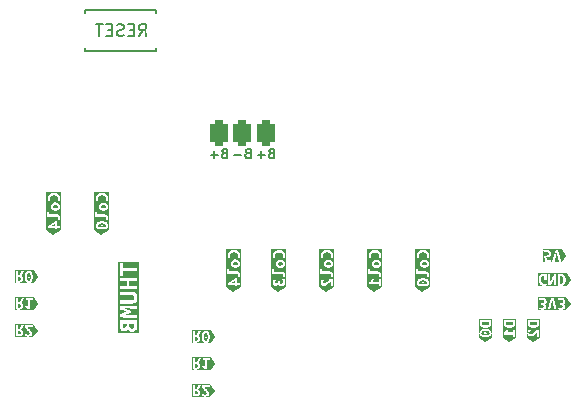
<source format=gbr>
%TF.GenerationSoftware,KiCad,Pcbnew,(6.0.4)*%
%TF.CreationDate,2022-12-14T15:40:06+01:00*%
%TF.ProjectId,mcu_holder,6d63755f-686f-46c6-9465-722e6b696361,rev?*%
%TF.SameCoordinates,Original*%
%TF.FileFunction,Legend,Bot*%
%TF.FilePolarity,Positive*%
%FSLAX46Y46*%
G04 Gerber Fmt 4.6, Leading zero omitted, Abs format (unit mm)*
G04 Created by KiCad (PCBNEW (6.0.4)) date 2022-12-14 15:40:06*
%MOMM*%
%LPD*%
G01*
G04 APERTURE LIST*
G04 Aperture macros list*
%AMRoundRect*
0 Rectangle with rounded corners*
0 $1 Rounding radius*
0 $2 $3 $4 $5 $6 $7 $8 $9 X,Y pos of 4 corners*
0 Add a 4 corners polygon primitive as box body*
4,1,4,$2,$3,$4,$5,$6,$7,$8,$9,$2,$3,0*
0 Add four circle primitives for the rounded corners*
1,1,$1+$1,$2,$3*
1,1,$1+$1,$4,$5*
1,1,$1+$1,$6,$7*
1,1,$1+$1,$8,$9*
0 Add four rect primitives between the rounded corners*
20,1,$1+$1,$2,$3,$4,$5,0*
20,1,$1+$1,$4,$5,$6,$7,0*
20,1,$1+$1,$6,$7,$8,$9,0*
20,1,$1+$1,$8,$9,$2,$3,0*%
%AMFreePoly0*
4,1,6,0.500000,-0.750000,-0.650000,-0.750000,-0.150000,0.000000,-0.650000,0.750000,0.500000,0.750000,0.500000,-0.750000,0.500000,-0.750000,$1*%
%AMFreePoly1*
4,1,6,0.150000,0.000000,0.650000,-0.750000,-0.500000,-0.750000,-0.500000,0.750000,0.650000,0.750000,0.150000,0.000000,0.150000,0.000000,$1*%
%AMFreePoly2*
4,1,6,0.500000,-0.750000,-0.500000,-0.750000,-1.000000,0.000000,-0.500000,0.750000,0.500000,0.750000,0.500000,-0.750000,0.500000,-0.750000,$1*%
%AMFreePoly3*
4,1,6,1.000000,0.000000,0.500000,-0.750000,-0.500000,-0.750000,-0.500000,0.750000,0.500000,0.750000,1.000000,0.000000,1.000000,0.000000,$1*%
G04 Aperture macros list end*
%ADD10C,0.150000*%
%ADD11RoundRect,0.375000X-0.375000X-0.750000X0.375000X-0.750000X0.375000X0.750000X-0.375000X0.750000X0*%
%ADD12C,1.600000*%
%ADD13C,4.500000*%
%ADD14C,2.000000*%
%ADD15R,1.350000X1.350000*%
%ADD16O,1.350000X1.350000*%
%ADD17O,2.200000X3.500000*%
%ADD18R,1.500000X2.500000*%
%ADD19O,1.500000X2.500000*%
%ADD20FreePoly0,180.000000*%
%ADD21FreePoly1,180.000000*%
%ADD22FreePoly2,180.000000*%
%ADD23FreePoly3,180.000000*%
G04 APERTURE END LIST*
D10*
%TO.C,SW16*%
X103739380Y-39568380D02*
X104072714Y-39092190D01*
X104310809Y-39568380D02*
X104310809Y-38568380D01*
X103929857Y-38568380D01*
X103834619Y-38616000D01*
X103787000Y-38663619D01*
X103739380Y-38758857D01*
X103739380Y-38901714D01*
X103787000Y-38996952D01*
X103834619Y-39044571D01*
X103929857Y-39092190D01*
X104310809Y-39092190D01*
X103310809Y-39044571D02*
X102977476Y-39044571D01*
X102834619Y-39568380D02*
X103310809Y-39568380D01*
X103310809Y-38568380D01*
X102834619Y-38568380D01*
X102453666Y-39520761D02*
X102310809Y-39568380D01*
X102072714Y-39568380D01*
X101977476Y-39520761D01*
X101929857Y-39473142D01*
X101882238Y-39377904D01*
X101882238Y-39282666D01*
X101929857Y-39187428D01*
X101977476Y-39139809D01*
X102072714Y-39092190D01*
X102263190Y-39044571D01*
X102358428Y-38996952D01*
X102406047Y-38949333D01*
X102453666Y-38854095D01*
X102453666Y-38758857D01*
X102406047Y-38663619D01*
X102358428Y-38616000D01*
X102263190Y-38568380D01*
X102025095Y-38568380D01*
X101882238Y-38616000D01*
X101453666Y-39044571D02*
X101120333Y-39044571D01*
X100977476Y-39568380D02*
X101453666Y-39568380D01*
X101453666Y-38568380D01*
X100977476Y-38568380D01*
X100691761Y-38568380D02*
X100120333Y-38568380D01*
X100406047Y-39568380D02*
X100406047Y-38568380D01*
%TO.C,J7*%
X112960095Y-49494857D02*
X112845809Y-49532952D01*
X112807714Y-49571047D01*
X112769619Y-49647238D01*
X112769619Y-49761523D01*
X112807714Y-49837714D01*
X112845809Y-49875809D01*
X112922000Y-49913904D01*
X113226761Y-49913904D01*
X113226761Y-49113904D01*
X112960095Y-49113904D01*
X112883904Y-49152000D01*
X112845809Y-49190095D01*
X112807714Y-49266285D01*
X112807714Y-49342476D01*
X112845809Y-49418666D01*
X112883904Y-49456761D01*
X112960095Y-49494857D01*
X113226761Y-49494857D01*
X112426761Y-49609142D02*
X111817238Y-49609142D01*
X110960095Y-49494857D02*
X110845809Y-49532952D01*
X110807714Y-49571047D01*
X110769619Y-49647238D01*
X110769619Y-49761523D01*
X110807714Y-49837714D01*
X110845809Y-49875809D01*
X110922000Y-49913904D01*
X111226761Y-49913904D01*
X111226761Y-49113904D01*
X110960095Y-49113904D01*
X110883904Y-49152000D01*
X110845809Y-49190095D01*
X110807714Y-49266285D01*
X110807714Y-49342476D01*
X110845809Y-49418666D01*
X110883904Y-49456761D01*
X110960095Y-49494857D01*
X111226761Y-49494857D01*
X110426761Y-49609142D02*
X109817238Y-49609142D01*
X110122000Y-49913904D02*
X110122000Y-49304380D01*
X114960095Y-49494857D02*
X114845809Y-49532952D01*
X114807714Y-49571047D01*
X114769619Y-49647238D01*
X114769619Y-49761523D01*
X114807714Y-49837714D01*
X114845809Y-49875809D01*
X114922000Y-49913904D01*
X115226761Y-49913904D01*
X115226761Y-49113904D01*
X114960095Y-49113904D01*
X114883904Y-49152000D01*
X114845809Y-49190095D01*
X114807714Y-49266285D01*
X114807714Y-49342476D01*
X114845809Y-49418666D01*
X114883904Y-49456761D01*
X114960095Y-49494857D01*
X115226761Y-49494857D01*
X114426761Y-49609142D02*
X113817238Y-49609142D01*
X114122000Y-49913904D02*
X114122000Y-49304380D01*
%TO.C,SW16*%
X105160000Y-40616000D02*
X105160000Y-40866000D01*
X99160000Y-40866000D02*
X99160000Y-40616000D01*
X99160000Y-37366000D02*
X105160000Y-37366000D01*
X105160000Y-40866000D02*
X99160000Y-40866000D01*
X99160000Y-37616000D02*
X99160000Y-37366000D01*
X105160000Y-37366000D02*
X105160000Y-37616000D01*
%TO.C,kibuzzard-6399CBDB*%
G36*
X111760000Y-61255892D02*
G01*
X111137435Y-60840849D01*
X111137435Y-60668341D01*
X111313119Y-60668341D01*
X111903669Y-60668341D01*
X111903669Y-60774703D01*
X112064006Y-60774703D01*
X112064006Y-60668341D01*
X112295781Y-60668341D01*
X112295781Y-60473078D01*
X112064006Y-60473078D01*
X112064006Y-60063503D01*
X111921131Y-60063503D01*
X111855052Y-60098032D01*
X111780637Y-60141291D01*
X111701064Y-60191297D01*
X111619506Y-60246066D01*
X111537552Y-60304803D01*
X111456787Y-60366716D01*
X111380786Y-60430216D01*
X111313119Y-60493716D01*
X111313119Y-60668341D01*
X111137435Y-60668341D01*
X111137435Y-59685678D01*
X111203581Y-59685678D01*
X112013206Y-59685678D01*
X112116394Y-59715841D01*
X112143381Y-59792041D01*
X112127506Y-59890466D01*
X112106869Y-59942853D01*
X112264031Y-59968253D01*
X112275144Y-59946822D01*
X112291813Y-59903166D01*
X112306894Y-59837285D01*
X112313244Y-59749178D01*
X112293202Y-59632497D01*
X112233075Y-59552328D01*
X112134452Y-59505894D01*
X111998919Y-59490416D01*
X111365506Y-59490416D01*
X111365506Y-59284041D01*
X111203581Y-59284041D01*
X111203581Y-59685678D01*
X111137435Y-59685678D01*
X111137435Y-58831603D01*
X111530606Y-58831603D01*
X111537552Y-58906018D01*
X111558387Y-58973685D01*
X111592122Y-59033613D01*
X111637762Y-59084810D01*
X111694516Y-59126283D01*
X111761587Y-59157041D01*
X111837589Y-59176091D01*
X111921131Y-59182441D01*
X112005864Y-59176091D01*
X112082262Y-59157041D01*
X112149533Y-59126482D01*
X112206881Y-59085603D01*
X112253316Y-59035002D01*
X112287844Y-58975272D01*
X112309275Y-58907208D01*
X112316419Y-58831603D01*
X112309275Y-58755999D01*
X112287844Y-58687935D01*
X112253316Y-58628007D01*
X112206881Y-58576810D01*
X112149533Y-58535336D01*
X112082262Y-58504578D01*
X112005864Y-58485528D01*
X111921131Y-58479178D01*
X111837589Y-58485727D01*
X111761587Y-58505372D01*
X111694516Y-58536725D01*
X111637762Y-58578397D01*
X111592122Y-58629793D01*
X111558387Y-58690316D01*
X111537552Y-58758182D01*
X111530606Y-58831603D01*
X111137435Y-58831603D01*
X111137435Y-58128341D01*
X111290894Y-58128341D01*
X111299625Y-58222797D01*
X111319469Y-58296616D01*
X111343281Y-58349797D01*
X111362331Y-58382341D01*
X111517906Y-58331541D01*
X111477425Y-58243435D01*
X111460756Y-58125166D01*
X111477425Y-58035472D01*
X111532987Y-57957685D01*
X111636969Y-57902122D01*
X111709994Y-57886049D01*
X111798894Y-57880691D01*
X111902346Y-57887129D01*
X111988335Y-57906444D01*
X112056862Y-57938635D01*
X112124133Y-58015033D01*
X112146556Y-58128341D01*
X112129094Y-58254547D01*
X112094169Y-58334716D01*
X112248156Y-58383928D01*
X112294988Y-58272010D01*
X112311061Y-58196008D01*
X112316419Y-58109291D01*
X112301602Y-57981585D01*
X112257152Y-57875752D01*
X112183069Y-57791791D01*
X112109349Y-57743868D01*
X112021541Y-57709638D01*
X111919643Y-57689100D01*
X111803656Y-57682253D01*
X111688166Y-57690588D01*
X111586169Y-57715591D01*
X111498261Y-57755477D01*
X111425037Y-57808460D01*
X111367094Y-57873547D01*
X111325025Y-57949747D01*
X111299427Y-58035274D01*
X111290894Y-58128341D01*
X111137435Y-58128341D01*
X111137435Y-57616108D01*
X112382565Y-57616108D01*
X112382565Y-60840849D01*
X111760000Y-61255892D01*
G37*
G36*
X111903669Y-60473078D02*
G01*
X111557594Y-60473078D01*
X111635381Y-60414341D01*
X111721900Y-60354810D01*
X111813181Y-60298453D01*
X111903669Y-60250828D01*
X111903669Y-60473078D01*
G37*
G36*
X112013206Y-58686546D02*
G01*
X112084644Y-58713335D01*
X112131078Y-58759968D01*
X112146556Y-58828428D01*
X112131078Y-58895302D01*
X112084644Y-58943522D01*
X112013206Y-58972693D01*
X111922719Y-58982416D01*
X111832430Y-58973486D01*
X111761587Y-58946697D01*
X111715748Y-58900064D01*
X111700469Y-58831603D01*
X111715748Y-58764730D01*
X111761587Y-58716510D01*
X111832430Y-58687339D01*
X111922719Y-58677616D01*
X112013206Y-58686546D01*
G37*
%TO.C,kibuzzard-6399C9D6*%
G36*
X137160000Y-65494517D02*
G01*
X136585060Y-65111224D01*
X136585060Y-64692653D01*
X136651206Y-64692653D01*
X136668669Y-64808541D01*
X136721056Y-64906966D01*
X136809162Y-64975228D01*
X136932194Y-65000628D01*
X137029825Y-64981578D01*
X137121106Y-64930778D01*
X137206831Y-64859341D01*
X137286206Y-64778378D01*
X137331450Y-64730753D01*
X137385425Y-64679953D01*
X137441781Y-64639472D01*
X137494169Y-64622803D01*
X137494169Y-65045078D01*
X137656094Y-65045078D01*
X137656094Y-64403728D01*
X137616406Y-64399760D01*
X137583069Y-64400553D01*
X137506869Y-64407896D01*
X137437019Y-64429922D01*
X137372923Y-64463260D01*
X137313987Y-64504535D01*
X137259616Y-64551366D01*
X137209212Y-64601372D01*
X137161786Y-64651378D01*
X137116344Y-64698210D01*
X137030619Y-64772822D01*
X136946481Y-64802191D01*
X136853612Y-64765678D01*
X136821069Y-64673603D01*
X136843294Y-64576766D01*
X136917906Y-64476753D01*
X136781381Y-64379916D01*
X136723437Y-64448377D01*
X136682956Y-64526760D01*
X136659144Y-64609905D01*
X136651206Y-64692653D01*
X136585060Y-64692653D01*
X136585060Y-63838578D01*
X136662319Y-63838578D01*
X136669462Y-63931249D01*
X136690894Y-64015585D01*
X136727605Y-64089602D01*
X136780587Y-64151316D01*
X136850041Y-64200727D01*
X136936162Y-64237835D01*
X137040342Y-64261052D01*
X137163969Y-64268791D01*
X137290373Y-64260258D01*
X137396538Y-64234660D01*
X137483652Y-64193980D01*
X137552906Y-64140203D01*
X137605095Y-64074124D01*
X137641012Y-63996535D01*
X137661848Y-63909024D01*
X137668794Y-63813178D01*
X137663238Y-63710785D01*
X137644981Y-63603628D01*
X136686131Y-63603628D01*
X136667081Y-63729041D01*
X136662319Y-63838578D01*
X136585060Y-63838578D01*
X136585060Y-63537483D01*
X137734940Y-63537483D01*
X137734940Y-65111224D01*
X137160000Y-65494517D01*
G37*
G36*
X137498931Y-63816353D02*
G01*
X137498931Y-63833816D01*
X137473531Y-63945735D01*
X137403681Y-64018760D01*
X137298113Y-64058447D01*
X137234017Y-64067377D01*
X137163969Y-64070353D01*
X137040144Y-64060828D01*
X136933781Y-64027491D01*
X136859963Y-63962403D01*
X136832181Y-63856041D01*
X136832975Y-63827466D01*
X136836944Y-63798891D01*
X137497344Y-63798891D01*
X137498931Y-63816353D01*
G37*
%TO.C,kibuzzard-6399C9C8*%
G36*
X135128000Y-65490284D02*
G01*
X134558617Y-65110695D01*
X134558617Y-64849287D01*
X134635875Y-64849287D01*
X135456613Y-64849287D01*
X135456613Y-65044549D01*
X135618538Y-65044549D01*
X135618538Y-64447649D01*
X135456613Y-64447649D01*
X135456613Y-64654024D01*
X134907337Y-64654024D01*
X134963694Y-64552424D01*
X135002588Y-64455587D01*
X134840663Y-64392087D01*
X134804150Y-64474637D01*
X134754937Y-64563537D01*
X134697787Y-64647674D01*
X134635875Y-64715937D01*
X134635875Y-64849287D01*
X134558617Y-64849287D01*
X134558617Y-63842812D01*
X134624762Y-63842812D01*
X134631906Y-63935482D01*
X134653337Y-64019818D01*
X134690048Y-64093835D01*
X134743031Y-64155549D01*
X134812484Y-64204960D01*
X134898606Y-64242068D01*
X135002786Y-64265285D01*
X135126412Y-64273024D01*
X135252817Y-64264491D01*
X135358981Y-64238893D01*
X135446095Y-64198213D01*
X135515350Y-64144437D01*
X135567539Y-64078357D01*
X135603456Y-64000768D01*
X135624292Y-63913257D01*
X135631238Y-63817412D01*
X135625681Y-63715018D01*
X135607425Y-63607862D01*
X134648575Y-63607862D01*
X134629525Y-63733274D01*
X134624762Y-63842812D01*
X134558617Y-63842812D01*
X134558617Y-63541716D01*
X135697383Y-63541716D01*
X135697383Y-65110695D01*
X135128000Y-65490284D01*
G37*
G36*
X135461375Y-63820587D02*
G01*
X135461375Y-63838049D01*
X135435975Y-63949968D01*
X135366125Y-64022993D01*
X135260556Y-64062681D01*
X135196461Y-64071610D01*
X135126412Y-64074587D01*
X135002588Y-64065062D01*
X134896225Y-64031724D01*
X134822406Y-63966637D01*
X134794625Y-63860274D01*
X134795419Y-63831699D01*
X134799387Y-63803124D01*
X135459788Y-63803124D01*
X135461375Y-63820587D01*
G37*
%TO.C,kibuzzard-6399CBBA*%
G36*
X123951206Y-58699246D02*
G01*
X124022644Y-58726035D01*
X124069078Y-58772668D01*
X124084556Y-58841128D01*
X124069078Y-58908002D01*
X124022644Y-58956222D01*
X123951206Y-58985393D01*
X123860719Y-58995116D01*
X123770430Y-58986186D01*
X123699587Y-58959397D01*
X123653748Y-58912764D01*
X123638469Y-58844303D01*
X123653748Y-58777430D01*
X123699587Y-58729210D01*
X123770430Y-58700039D01*
X123860719Y-58690316D01*
X123951206Y-58699246D01*
G37*
G36*
X123698000Y-61243192D02*
G01*
X123075435Y-60828149D01*
X123075435Y-60566741D01*
X123251119Y-60566741D01*
X124071856Y-60566741D01*
X124071856Y-60762003D01*
X124233781Y-60762003D01*
X124233781Y-60165103D01*
X124071856Y-60165103D01*
X124071856Y-60371478D01*
X123522581Y-60371478D01*
X123578937Y-60269878D01*
X123617831Y-60173041D01*
X123455906Y-60109541D01*
X123419394Y-60192091D01*
X123370181Y-60280991D01*
X123313031Y-60365128D01*
X123251119Y-60433391D01*
X123251119Y-60566741D01*
X123075435Y-60566741D01*
X123075435Y-59698378D01*
X123141581Y-59698378D01*
X123951206Y-59698378D01*
X124054394Y-59728541D01*
X124081381Y-59804741D01*
X124065506Y-59903166D01*
X124044869Y-59955553D01*
X124202031Y-59980953D01*
X124213144Y-59959522D01*
X124229813Y-59915866D01*
X124244894Y-59849985D01*
X124251244Y-59761878D01*
X124231202Y-59645197D01*
X124171075Y-59565028D01*
X124072452Y-59518594D01*
X123936919Y-59503116D01*
X123303506Y-59503116D01*
X123303506Y-59296741D01*
X123141581Y-59296741D01*
X123141581Y-59698378D01*
X123075435Y-59698378D01*
X123075435Y-58844303D01*
X123468606Y-58844303D01*
X123475552Y-58918718D01*
X123496387Y-58986385D01*
X123530122Y-59046313D01*
X123575762Y-59097510D01*
X123632516Y-59138983D01*
X123699587Y-59169741D01*
X123775589Y-59188791D01*
X123859131Y-59195141D01*
X123943864Y-59188791D01*
X124020262Y-59169741D01*
X124087533Y-59139182D01*
X124144881Y-59098303D01*
X124191316Y-59047702D01*
X124225844Y-58987972D01*
X124247275Y-58919908D01*
X124254419Y-58844303D01*
X124247275Y-58768699D01*
X124225844Y-58700635D01*
X124191316Y-58640707D01*
X124144881Y-58589510D01*
X124087533Y-58548036D01*
X124020262Y-58517278D01*
X123943864Y-58498228D01*
X123859131Y-58491878D01*
X123775589Y-58498427D01*
X123699587Y-58518072D01*
X123632516Y-58549425D01*
X123575762Y-58591097D01*
X123530122Y-58642493D01*
X123496387Y-58703016D01*
X123475552Y-58770882D01*
X123468606Y-58844303D01*
X123075435Y-58844303D01*
X123075435Y-58141041D01*
X123228894Y-58141041D01*
X123237625Y-58235497D01*
X123257469Y-58309316D01*
X123281281Y-58362497D01*
X123300331Y-58395041D01*
X123455906Y-58344241D01*
X123415425Y-58256135D01*
X123398756Y-58137866D01*
X123415425Y-58048172D01*
X123470987Y-57970385D01*
X123574969Y-57914822D01*
X123647994Y-57898749D01*
X123736894Y-57893391D01*
X123840346Y-57899829D01*
X123926335Y-57919144D01*
X123994862Y-57951335D01*
X124062133Y-58027733D01*
X124084556Y-58141041D01*
X124067094Y-58267247D01*
X124032169Y-58347416D01*
X124186156Y-58396628D01*
X124232988Y-58284710D01*
X124249061Y-58208708D01*
X124254419Y-58121991D01*
X124239602Y-57994285D01*
X124195152Y-57888452D01*
X124121069Y-57804491D01*
X124047349Y-57756568D01*
X123959541Y-57722338D01*
X123857643Y-57701800D01*
X123741656Y-57694953D01*
X123626166Y-57703288D01*
X123524169Y-57728291D01*
X123436261Y-57768177D01*
X123363037Y-57821160D01*
X123305094Y-57886247D01*
X123263025Y-57962447D01*
X123237427Y-58047974D01*
X123228894Y-58141041D01*
X123075435Y-58141041D01*
X123075435Y-57628808D01*
X124320565Y-57628808D01*
X124320565Y-60828149D01*
X123698000Y-61243192D01*
G37*
%TO.C,kibuzzard-6399DE15*%
G36*
X139569737Y-59888438D02*
G01*
X139642762Y-59958288D01*
X139682449Y-60063856D01*
X139691379Y-60127952D01*
X139694356Y-60198000D01*
X139684831Y-60321825D01*
X139651493Y-60428188D01*
X139586406Y-60502006D01*
X139480043Y-60529788D01*
X139451468Y-60528994D01*
X139422893Y-60525025D01*
X139422893Y-59864625D01*
X139440356Y-59863038D01*
X139457818Y-59863038D01*
X139569737Y-59888438D01*
G37*
G36*
X140344878Y-60198000D02*
G01*
X139958939Y-60776908D01*
X137531122Y-60776908D01*
X137531122Y-60198000D01*
X137597268Y-60198000D01*
X137605602Y-60316070D01*
X137630606Y-60419456D01*
X137669896Y-60507761D01*
X137721093Y-60580588D01*
X137783402Y-60637539D01*
X137856031Y-60678219D01*
X137936596Y-60702627D01*
X138022718Y-60710763D01*
X138125112Y-60702031D01*
X138178546Y-60688538D01*
X138421181Y-60688538D01*
X138578343Y-60688538D01*
X138622793Y-60615711D01*
X138667243Y-60536931D01*
X138711098Y-60455373D01*
X138753762Y-60374213D01*
X138794243Y-60294441D01*
X138831549Y-60217050D01*
X138864688Y-60145613D01*
X138892668Y-60083700D01*
X138892668Y-60688538D01*
X139068881Y-60688538D01*
X139068881Y-60675838D01*
X139227631Y-60675838D01*
X139353043Y-60694888D01*
X139462581Y-60699650D01*
X139555251Y-60692506D01*
X139639587Y-60671075D01*
X139713604Y-60634364D01*
X139775318Y-60581381D01*
X139824729Y-60511928D01*
X139861837Y-60425806D01*
X139885054Y-60321627D01*
X139892793Y-60198000D01*
X139884260Y-60071595D01*
X139858662Y-59965431D01*
X139817982Y-59878317D01*
X139764206Y-59809063D01*
X139698126Y-59756873D01*
X139620537Y-59720956D01*
X139533026Y-59700120D01*
X139437181Y-59693175D01*
X139334787Y-59698731D01*
X139227631Y-59716988D01*
X139227631Y-60675838D01*
X139068881Y-60675838D01*
X139068881Y-59705875D01*
X138911718Y-59705875D01*
X138865945Y-59814795D01*
X138817526Y-59923539D01*
X138766462Y-60032106D01*
X138712751Y-60140674D01*
X138656395Y-60249417D01*
X138597393Y-60358338D01*
X138597393Y-59705875D01*
X138421181Y-59705875D01*
X138421181Y-60688538D01*
X138178546Y-60688538D01*
X138203693Y-60682188D01*
X138258462Y-60658375D01*
X138291006Y-60639325D01*
X138240206Y-60483750D01*
X138154481Y-60523438D01*
X138049706Y-60540900D01*
X137932231Y-60515500D01*
X137853649Y-60444856D01*
X137809199Y-60336906D01*
X137799079Y-60270827D01*
X137795706Y-60198000D01*
X137801879Y-60090844D01*
X137820400Y-60004325D01*
X137851268Y-59938444D01*
X137919927Y-59875936D01*
X138014781Y-59855100D01*
X138052881Y-59856688D01*
X138090981Y-59861450D01*
X138090981Y-60220225D01*
X138286243Y-60220225D01*
X138286243Y-59729688D01*
X138177499Y-59701113D01*
X138095941Y-59689206D01*
X137998906Y-59685238D01*
X137911395Y-59693373D01*
X137833012Y-59717781D01*
X137764551Y-59758263D01*
X137706806Y-59814619D01*
X137660371Y-59886850D01*
X137625843Y-59974956D01*
X137604412Y-60078739D01*
X137597268Y-60198000D01*
X137531122Y-60198000D01*
X137531122Y-59619092D01*
X139958939Y-59619092D01*
X140344878Y-60198000D01*
G37*
%TO.C,kibuzzard-6399DE28*%
G36*
X139949855Y-58166000D02*
G01*
X139571324Y-58733796D01*
X137926145Y-58733796D01*
X137926145Y-57715150D01*
X137992291Y-57715150D01*
X138031978Y-57877075D01*
X138120878Y-57845325D01*
X138181600Y-57834609D01*
X138255816Y-57831037D01*
X138350272Y-57843737D01*
X138409010Y-57876281D01*
X138438378Y-57921525D01*
X138446316Y-57973912D01*
X138432822Y-58049319D01*
X138378847Y-58108056D01*
X138263753Y-58146156D01*
X138177632Y-58156277D01*
X138068491Y-58159650D01*
X138082778Y-58291611D01*
X138093891Y-58420794D01*
X138102225Y-58546405D01*
X138108178Y-58667650D01*
X138609828Y-58667650D01*
X138751116Y-58667650D01*
X138957491Y-58667650D01*
X138969397Y-58585298D01*
X138986066Y-58490644D01*
X139006108Y-58388250D01*
X139028135Y-58282681D01*
X139051947Y-58176319D01*
X139077347Y-58071544D01*
X139103343Y-57972920D01*
X139128941Y-57885012D01*
X139154341Y-57971730D01*
X139179741Y-58069956D01*
X139204347Y-58174731D01*
X139227366Y-58281094D01*
X139248797Y-58386861D01*
X139268641Y-58489850D01*
X139286103Y-58585100D01*
X139300391Y-58667650D01*
X139505178Y-58667650D01*
X139483946Y-58566844D01*
X139458347Y-58454925D01*
X139428582Y-58334473D01*
X139394847Y-58208069D01*
X139370241Y-58121285D01*
X139344047Y-58033444D01*
X139316266Y-57944544D01*
X139287338Y-57856085D01*
X139257705Y-57769566D01*
X139227366Y-57684987D01*
X139025753Y-57684987D01*
X138986463Y-57801669D01*
X138944791Y-57932637D01*
X138916745Y-58024624D01*
X138889758Y-58116435D01*
X138863828Y-58208069D01*
X138839310Y-58297939D01*
X138816556Y-58384458D01*
X138795566Y-58467625D01*
X138769372Y-58578750D01*
X138751116Y-58667650D01*
X138609828Y-58667650D01*
X138609828Y-58505725D01*
X138271691Y-58505725D01*
X138263753Y-58399362D01*
X138255816Y-58308875D01*
X138375937Y-58292647D01*
X138473833Y-58260897D01*
X138549503Y-58213625D01*
X138603302Y-58151183D01*
X138635581Y-58073925D01*
X138646341Y-57981850D01*
X138622528Y-57855644D01*
X138549503Y-57754837D01*
X138494338Y-57716737D01*
X138427266Y-57688162D01*
X138348288Y-57670303D01*
X138257403Y-57664350D01*
X138179616Y-57669112D01*
X138103416Y-57681019D01*
X138037535Y-57697687D01*
X137992291Y-57715150D01*
X137926145Y-57715150D01*
X137926145Y-57598204D01*
X139571324Y-57598204D01*
X139949855Y-58166000D01*
G37*
%TO.C,kibuzzard-6399CA1D*%
G36*
X110202222Y-65024000D02*
G01*
X109816283Y-65602908D01*
X108237778Y-65602908D01*
X108237778Y-65500250D01*
X108303924Y-65500250D01*
X108366631Y-65512156D01*
X108435687Y-65520094D01*
X108502362Y-65524063D01*
X108557924Y-65525650D01*
X108638093Y-65520888D01*
X108710324Y-65506600D01*
X108773824Y-65482391D01*
X108827799Y-65447863D01*
X108903206Y-65347056D01*
X108922851Y-65280580D01*
X108929399Y-65203388D01*
X108920668Y-65121631D01*
X108894474Y-65047813D01*
X108877698Y-65025588D01*
X109067512Y-65025588D01*
X109073068Y-65146039D01*
X109089737Y-65250219D01*
X109117518Y-65338127D01*
X109156412Y-65409763D01*
X109223969Y-65480318D01*
X109308106Y-65522651D01*
X109408824Y-65536763D01*
X109511130Y-65522740D01*
X109595797Y-65480671D01*
X109662824Y-65410556D01*
X109701024Y-65339168D01*
X109728309Y-65251211D01*
X109744680Y-65146684D01*
X109750137Y-65025588D01*
X109744680Y-64903747D01*
X109728309Y-64798575D01*
X109701024Y-64710072D01*
X109662824Y-64638238D01*
X109595797Y-64567682D01*
X109511130Y-64525349D01*
X109408824Y-64511238D01*
X109306519Y-64525349D01*
X109221852Y-64567682D01*
X109154824Y-64638238D01*
X109116625Y-64710072D01*
X109089340Y-64798575D01*
X109072969Y-64903747D01*
X109067512Y-65025588D01*
X108877698Y-65025588D01*
X108848040Y-64986297D01*
X108778587Y-64941450D01*
X108835737Y-64850169D01*
X108894474Y-64745394D01*
X108949243Y-64635856D01*
X108994487Y-64531875D01*
X108789699Y-64531875D01*
X108750210Y-64625339D01*
X108704768Y-64715231D01*
X108654563Y-64803933D01*
X108600787Y-64893825D01*
X108499187Y-64893825D01*
X108499187Y-64531875D01*
X108303924Y-64531875D01*
X108303924Y-65500250D01*
X108237778Y-65500250D01*
X108237778Y-64445092D01*
X109816283Y-64445092D01*
X110202222Y-65024000D01*
G37*
G36*
X108628171Y-65065473D02*
G01*
X108686512Y-65094644D01*
X108730962Y-65204975D01*
X108719056Y-65272444D01*
X108683337Y-65319275D01*
X108628171Y-65346659D01*
X108557924Y-65355788D01*
X108530937Y-65354994D01*
X108499187Y-65351025D01*
X108499187Y-65055750D01*
X108542049Y-65055750D01*
X108628171Y-65065473D01*
G37*
G36*
X109531856Y-64767619D02*
G01*
X109555227Y-64835440D01*
X109569250Y-64921430D01*
X109573924Y-65025588D01*
X109569250Y-65128863D01*
X109555227Y-65214324D01*
X109531856Y-65281969D01*
X109480063Y-65348048D01*
X109408824Y-65370075D01*
X109338577Y-65348048D01*
X109286587Y-65281969D01*
X109262774Y-65214324D01*
X109248487Y-65128863D01*
X109244456Y-65041463D01*
X109321512Y-65041463D01*
X109345324Y-65116075D01*
X109410412Y-65147825D01*
X109473118Y-65116075D01*
X109497724Y-65041463D01*
X109473118Y-64967644D01*
X109410412Y-64936688D01*
X109345324Y-64967644D01*
X109321512Y-65041463D01*
X109244456Y-65041463D01*
X109243724Y-65025588D01*
X109248487Y-64921430D01*
X109262774Y-64835440D01*
X109286587Y-64767619D01*
X109338577Y-64701539D01*
X109408824Y-64679513D01*
X109410412Y-64680003D01*
X109480063Y-64701539D01*
X109531856Y-64767619D01*
G37*
%TO.C,kibuzzard-6399CBD2*%
G36*
X115570000Y-61236842D02*
G01*
X114947435Y-60821799D01*
X114947435Y-60395291D01*
X115100894Y-60395291D01*
X115106053Y-60472483D01*
X115121531Y-60538960D01*
X115179475Y-60639766D01*
X115267581Y-60698503D01*
X115377119Y-60717553D01*
X115489831Y-60684216D01*
X115572381Y-60595316D01*
X115611672Y-60662983D01*
X115666044Y-60713585D01*
X115733909Y-60745136D01*
X115813681Y-60755653D01*
X115939094Y-60733428D01*
X116038313Y-60665166D01*
X116075619Y-60612778D01*
X116103400Y-60547691D01*
X116120664Y-60469507D01*
X116126419Y-60377828D01*
X116120863Y-60300835D01*
X116107369Y-60223047D01*
X116089906Y-60153991D01*
X116072444Y-60104778D01*
X115908931Y-60142878D01*
X115942269Y-60237335D01*
X115955366Y-60301033D01*
X115959731Y-60376241D01*
X115949016Y-60461371D01*
X115916869Y-60516735D01*
X115810506Y-60557216D01*
X115744427Y-60541738D01*
X115701762Y-60495303D01*
X115678545Y-60425057D01*
X115670806Y-60338141D01*
X115670806Y-60277816D01*
X115508881Y-60277816D01*
X115508881Y-60350841D01*
X115502531Y-60411166D01*
X115481894Y-60465141D01*
X115443794Y-60504035D01*
X115383469Y-60519116D01*
X115298537Y-60486572D01*
X115267581Y-60396878D01*
X115285837Y-60286547D01*
X115331081Y-60192091D01*
X115188206Y-60122241D01*
X115130262Y-60235747D01*
X115108236Y-60310955D01*
X115100894Y-60395291D01*
X114947435Y-60395291D01*
X114947435Y-59704728D01*
X115013581Y-59704728D01*
X115823206Y-59704728D01*
X115926394Y-59734891D01*
X115953381Y-59811091D01*
X115937506Y-59909516D01*
X115916869Y-59961903D01*
X116074031Y-59987303D01*
X116085144Y-59965872D01*
X116101813Y-59922216D01*
X116116894Y-59856335D01*
X116123244Y-59768228D01*
X116103202Y-59651547D01*
X116043075Y-59571378D01*
X115944452Y-59524944D01*
X115808919Y-59509466D01*
X115175506Y-59509466D01*
X115175506Y-59303091D01*
X115013581Y-59303091D01*
X115013581Y-59704728D01*
X114947435Y-59704728D01*
X114947435Y-58850653D01*
X115340606Y-58850653D01*
X115347552Y-58925068D01*
X115368387Y-58992735D01*
X115402122Y-59052663D01*
X115447762Y-59103860D01*
X115504516Y-59145333D01*
X115571587Y-59176091D01*
X115647589Y-59195141D01*
X115731131Y-59201491D01*
X115815864Y-59195141D01*
X115892262Y-59176091D01*
X115959533Y-59145532D01*
X116016881Y-59104653D01*
X116063316Y-59054052D01*
X116097844Y-58994322D01*
X116119275Y-58926258D01*
X116126419Y-58850653D01*
X116119275Y-58775049D01*
X116097844Y-58706985D01*
X116063316Y-58647057D01*
X116016881Y-58595860D01*
X115959533Y-58554386D01*
X115892262Y-58523628D01*
X115815864Y-58504578D01*
X115731131Y-58498228D01*
X115647589Y-58504777D01*
X115571587Y-58524422D01*
X115504516Y-58555775D01*
X115447762Y-58597447D01*
X115402122Y-58648843D01*
X115368387Y-58709366D01*
X115347552Y-58777232D01*
X115340606Y-58850653D01*
X114947435Y-58850653D01*
X114947435Y-58147391D01*
X115100894Y-58147391D01*
X115109625Y-58241847D01*
X115129469Y-58315666D01*
X115153281Y-58368847D01*
X115172331Y-58401391D01*
X115327906Y-58350591D01*
X115287425Y-58262485D01*
X115270756Y-58144216D01*
X115287425Y-58054522D01*
X115342987Y-57976735D01*
X115446969Y-57921172D01*
X115519994Y-57905099D01*
X115608894Y-57899741D01*
X115712346Y-57906179D01*
X115798335Y-57925494D01*
X115866862Y-57957685D01*
X115934133Y-58034083D01*
X115956556Y-58147391D01*
X115939094Y-58273597D01*
X115904169Y-58353766D01*
X116058156Y-58402978D01*
X116104988Y-58291060D01*
X116121061Y-58215058D01*
X116126419Y-58128341D01*
X116111602Y-58000635D01*
X116067152Y-57894802D01*
X115993069Y-57810841D01*
X115919349Y-57762918D01*
X115831541Y-57728688D01*
X115729643Y-57708150D01*
X115613656Y-57701303D01*
X115498166Y-57709638D01*
X115396169Y-57734641D01*
X115308261Y-57774527D01*
X115235037Y-57827510D01*
X115177094Y-57892597D01*
X115135025Y-57968797D01*
X115109427Y-58054324D01*
X115100894Y-58147391D01*
X114947435Y-58147391D01*
X114947435Y-57635158D01*
X116192565Y-57635158D01*
X116192565Y-60821799D01*
X115570000Y-61236842D01*
G37*
G36*
X115823206Y-58705596D02*
G01*
X115894644Y-58732385D01*
X115941078Y-58779018D01*
X115956556Y-58847478D01*
X115941078Y-58914352D01*
X115894644Y-58962572D01*
X115823206Y-58991743D01*
X115732719Y-59001466D01*
X115642430Y-58992536D01*
X115571587Y-58965747D01*
X115525748Y-58919114D01*
X115510469Y-58850653D01*
X115525748Y-58783780D01*
X115571587Y-58735560D01*
X115642430Y-58706389D01*
X115732719Y-58696666D01*
X115823206Y-58705596D01*
G37*
%TO.C,kibuzzard-6399CA1D*%
G36*
X94545856Y-59687619D02*
G01*
X94569227Y-59755440D01*
X94583250Y-59841430D01*
X94587924Y-59945588D01*
X94583250Y-60048863D01*
X94569227Y-60134324D01*
X94545856Y-60201969D01*
X94494063Y-60268048D01*
X94422824Y-60290075D01*
X94352577Y-60268048D01*
X94300587Y-60201969D01*
X94276774Y-60134324D01*
X94262487Y-60048863D01*
X94258456Y-59961463D01*
X94335512Y-59961463D01*
X94359324Y-60036075D01*
X94424412Y-60067825D01*
X94487118Y-60036075D01*
X94511724Y-59961463D01*
X94487118Y-59887644D01*
X94424412Y-59856688D01*
X94359324Y-59887644D01*
X94335512Y-59961463D01*
X94258456Y-59961463D01*
X94257724Y-59945588D01*
X94262487Y-59841430D01*
X94276774Y-59755440D01*
X94300587Y-59687619D01*
X94352577Y-59621539D01*
X94422824Y-59599513D01*
X94424412Y-59600003D01*
X94494063Y-59621539D01*
X94545856Y-59687619D01*
G37*
G36*
X95216222Y-59944000D02*
G01*
X94830283Y-60522908D01*
X93251778Y-60522908D01*
X93251778Y-60420250D01*
X93317924Y-60420250D01*
X93380631Y-60432156D01*
X93449687Y-60440094D01*
X93516362Y-60444063D01*
X93571924Y-60445650D01*
X93652093Y-60440888D01*
X93724324Y-60426600D01*
X93787824Y-60402391D01*
X93841799Y-60367863D01*
X93917206Y-60267056D01*
X93936851Y-60200580D01*
X93943399Y-60123388D01*
X93934668Y-60041631D01*
X93908474Y-59967813D01*
X93891698Y-59945588D01*
X94081512Y-59945588D01*
X94087068Y-60066039D01*
X94103737Y-60170219D01*
X94131518Y-60258127D01*
X94170412Y-60329763D01*
X94237969Y-60400318D01*
X94322106Y-60442651D01*
X94422824Y-60456763D01*
X94525130Y-60442740D01*
X94609797Y-60400671D01*
X94676824Y-60330556D01*
X94715024Y-60259168D01*
X94742309Y-60171211D01*
X94758680Y-60066684D01*
X94764137Y-59945588D01*
X94758680Y-59823747D01*
X94742309Y-59718575D01*
X94715024Y-59630072D01*
X94676824Y-59558238D01*
X94609797Y-59487682D01*
X94525130Y-59445349D01*
X94422824Y-59431238D01*
X94320519Y-59445349D01*
X94235852Y-59487682D01*
X94168824Y-59558238D01*
X94130625Y-59630072D01*
X94103340Y-59718575D01*
X94086969Y-59823747D01*
X94081512Y-59945588D01*
X93891698Y-59945588D01*
X93862040Y-59906297D01*
X93792587Y-59861450D01*
X93849737Y-59770169D01*
X93908474Y-59665394D01*
X93963243Y-59555856D01*
X94008487Y-59451875D01*
X93803699Y-59451875D01*
X93764210Y-59545339D01*
X93718768Y-59635231D01*
X93668563Y-59723933D01*
X93614787Y-59813825D01*
X93513187Y-59813825D01*
X93513187Y-59451875D01*
X93317924Y-59451875D01*
X93317924Y-60420250D01*
X93251778Y-60420250D01*
X93251778Y-59365092D01*
X94830283Y-59365092D01*
X95216222Y-59944000D01*
G37*
G36*
X93642171Y-59985473D02*
G01*
X93700512Y-60014644D01*
X93744962Y-60124975D01*
X93733056Y-60192444D01*
X93697337Y-60239275D01*
X93642171Y-60266659D01*
X93571924Y-60275788D01*
X93544937Y-60274994D01*
X93513187Y-60271025D01*
X93513187Y-59975750D01*
X93556049Y-59975750D01*
X93642171Y-59985473D01*
G37*
%TO.C,kibuzzard-6399CA47*%
G36*
X93652225Y-62266711D02*
G01*
X93710566Y-62295881D01*
X93755016Y-62406213D01*
X93743110Y-62473681D01*
X93707391Y-62520512D01*
X93652225Y-62547897D01*
X93581978Y-62557025D01*
X93554991Y-62556231D01*
X93523241Y-62552263D01*
X93523241Y-62256988D01*
X93566103Y-62256988D01*
X93652225Y-62266711D01*
G37*
G36*
X95206167Y-62230000D02*
G01*
X94830812Y-62793033D01*
X93261833Y-62793033D01*
X93261833Y-62701488D01*
X93327978Y-62701488D01*
X93390685Y-62713394D01*
X93459741Y-62721331D01*
X93526416Y-62725300D01*
X93581978Y-62726888D01*
X93662147Y-62722125D01*
X93734378Y-62707838D01*
X93797878Y-62683628D01*
X93851853Y-62649100D01*
X93927260Y-62548294D01*
X93938285Y-62510987D01*
X94112203Y-62510987D01*
X94194753Y-62547500D01*
X94283653Y-62596713D01*
X94367791Y-62653863D01*
X94436053Y-62715775D01*
X94569403Y-62715775D01*
X94569403Y-61895037D01*
X94764666Y-61895037D01*
X94764666Y-61733112D01*
X94167766Y-61733112D01*
X94167766Y-61895037D01*
X94374141Y-61895037D01*
X94374141Y-62444313D01*
X94272541Y-62387956D01*
X94175703Y-62349062D01*
X94112203Y-62510987D01*
X93938285Y-62510987D01*
X93946905Y-62481817D01*
X93953453Y-62404625D01*
X93944722Y-62322869D01*
X93918528Y-62249050D01*
X93872094Y-62187534D01*
X93802641Y-62142687D01*
X93859791Y-62051406D01*
X93918528Y-61946631D01*
X93973297Y-61837094D01*
X94018541Y-61733112D01*
X93813753Y-61733112D01*
X93774264Y-61826577D01*
X93728822Y-61916469D01*
X93678618Y-62005170D01*
X93624841Y-62095063D01*
X93523241Y-62095063D01*
X93523241Y-61733112D01*
X93327978Y-61733112D01*
X93327978Y-62701488D01*
X93261833Y-62701488D01*
X93261833Y-61666967D01*
X94830812Y-61666967D01*
X95206167Y-62230000D01*
G37*
%TO.C,kibuzzard-6399CB9D*%
G36*
X127762000Y-61247955D02*
G01*
X127139435Y-60832912D01*
X127139435Y-60425453D01*
X127292894Y-60425453D01*
X127306917Y-60527759D01*
X127348985Y-60612426D01*
X127419100Y-60679453D01*
X127490488Y-60717653D01*
X127578445Y-60744938D01*
X127682972Y-60761309D01*
X127804069Y-60766766D01*
X127925909Y-60761309D01*
X128031081Y-60744938D01*
X128119584Y-60717653D01*
X128191419Y-60679453D01*
X128261974Y-60612426D01*
X128304308Y-60527759D01*
X128318419Y-60425453D01*
X128304308Y-60323148D01*
X128261974Y-60238481D01*
X128191419Y-60171453D01*
X128119584Y-60133254D01*
X128031081Y-60105969D01*
X127925909Y-60089598D01*
X127804069Y-60084141D01*
X127683617Y-60089697D01*
X127579437Y-60106366D01*
X127491530Y-60134147D01*
X127419894Y-60173041D01*
X127349338Y-60240598D01*
X127307005Y-60324735D01*
X127292894Y-60425453D01*
X127139435Y-60425453D01*
X127139435Y-59693616D01*
X127205581Y-59693616D01*
X128015206Y-59693616D01*
X128118394Y-59723778D01*
X128145381Y-59799978D01*
X128129506Y-59898403D01*
X128108869Y-59950791D01*
X128266031Y-59976191D01*
X128277144Y-59954760D01*
X128293813Y-59911103D01*
X128308894Y-59845222D01*
X128315244Y-59757116D01*
X128295202Y-59640435D01*
X128235075Y-59560266D01*
X128136452Y-59513832D01*
X128000919Y-59498353D01*
X127367506Y-59498353D01*
X127367506Y-59291978D01*
X127205581Y-59291978D01*
X127205581Y-59693616D01*
X127139435Y-59693616D01*
X127139435Y-58839541D01*
X127532606Y-58839541D01*
X127539552Y-58913955D01*
X127560387Y-58981622D01*
X127594122Y-59041550D01*
X127639762Y-59092747D01*
X127696516Y-59134221D01*
X127763587Y-59164978D01*
X127839589Y-59184028D01*
X127923131Y-59190378D01*
X128007864Y-59184028D01*
X128084262Y-59164978D01*
X128151533Y-59134419D01*
X128208881Y-59093541D01*
X128255316Y-59042939D01*
X128289844Y-58983210D01*
X128311275Y-58915146D01*
X128318419Y-58839541D01*
X128311275Y-58763936D01*
X128289844Y-58695872D01*
X128255316Y-58635944D01*
X128208881Y-58584747D01*
X128151533Y-58543274D01*
X128084262Y-58512516D01*
X128007864Y-58493466D01*
X127923131Y-58487116D01*
X127839589Y-58493664D01*
X127763587Y-58513310D01*
X127696516Y-58544663D01*
X127639762Y-58586335D01*
X127594122Y-58637730D01*
X127560387Y-58698253D01*
X127539552Y-58766119D01*
X127532606Y-58839541D01*
X127139435Y-58839541D01*
X127139435Y-58136278D01*
X127292894Y-58136278D01*
X127301625Y-58230735D01*
X127321469Y-58304553D01*
X127345281Y-58357735D01*
X127364331Y-58390278D01*
X127519906Y-58339478D01*
X127479425Y-58251372D01*
X127462756Y-58133103D01*
X127479425Y-58043410D01*
X127534987Y-57965622D01*
X127638969Y-57910060D01*
X127711994Y-57893986D01*
X127800894Y-57888628D01*
X127904346Y-57895067D01*
X127990335Y-57914381D01*
X128058862Y-57946572D01*
X128126133Y-58022971D01*
X128148556Y-58136278D01*
X128131094Y-58262485D01*
X128096169Y-58342653D01*
X128250156Y-58391866D01*
X128296988Y-58279947D01*
X128313061Y-58203946D01*
X128318419Y-58117228D01*
X128303602Y-57989523D01*
X128259152Y-57883690D01*
X128185069Y-57799728D01*
X128111349Y-57751806D01*
X128023541Y-57717575D01*
X127921643Y-57697037D01*
X127805656Y-57690191D01*
X127690166Y-57698525D01*
X127588169Y-57723528D01*
X127500261Y-57763414D01*
X127427037Y-57816397D01*
X127369094Y-57881485D01*
X127327025Y-57957685D01*
X127301427Y-58043211D01*
X127292894Y-58136278D01*
X127139435Y-58136278D01*
X127139435Y-57624045D01*
X128384565Y-57624045D01*
X128384565Y-60832912D01*
X127762000Y-61247955D01*
G37*
G36*
X128015206Y-58694483D02*
G01*
X128086644Y-58721272D01*
X128133078Y-58767905D01*
X128148556Y-58836366D01*
X128133078Y-58903239D01*
X128086644Y-58951460D01*
X128015206Y-58980630D01*
X127924719Y-58990353D01*
X127834430Y-58981424D01*
X127763587Y-58954635D01*
X127717748Y-58908002D01*
X127702469Y-58839541D01*
X127717748Y-58772668D01*
X127763587Y-58724447D01*
X127834430Y-58695277D01*
X127924719Y-58685553D01*
X128015206Y-58694483D01*
G37*
G36*
X128062037Y-60548485D02*
G01*
X127994216Y-60571856D01*
X127908226Y-60585879D01*
X127804069Y-60590553D01*
X127700793Y-60585879D01*
X127615333Y-60571856D01*
X127547687Y-60548485D01*
X127481608Y-60496693D01*
X127460072Y-60427041D01*
X127681831Y-60427041D01*
X127713581Y-60489747D01*
X127788194Y-60514353D01*
X127862012Y-60489747D01*
X127892969Y-60427041D01*
X127862012Y-60361953D01*
X127788194Y-60338141D01*
X127713581Y-60361953D01*
X127681831Y-60427041D01*
X127460072Y-60427041D01*
X127459581Y-60425453D01*
X127481608Y-60355207D01*
X127547687Y-60303216D01*
X127615333Y-60279403D01*
X127700793Y-60265116D01*
X127804069Y-60260353D01*
X127908226Y-60265116D01*
X127994216Y-60279403D01*
X128062037Y-60303216D01*
X128128117Y-60355207D01*
X128150144Y-60425453D01*
X128149653Y-60427041D01*
X128128117Y-60496693D01*
X128062037Y-60548485D01*
G37*
%TO.C,kibuzzard-6399DE00*%
G36*
X140316303Y-62230000D02*
G01*
X139930364Y-62808908D01*
X137559697Y-62808908D01*
X137559697Y-61771213D01*
X137625843Y-61771213D01*
X137663943Y-61934725D01*
X137758399Y-61901388D01*
X137822098Y-61888291D01*
X137897306Y-61883925D01*
X137982435Y-61894641D01*
X138037799Y-61926788D01*
X138078281Y-62033150D01*
X138062802Y-62099230D01*
X138016368Y-62141894D01*
X137946121Y-62165111D01*
X137859206Y-62172850D01*
X137798881Y-62172850D01*
X137798881Y-62334775D01*
X137871906Y-62334775D01*
X137932231Y-62341125D01*
X137986206Y-62361763D01*
X138025099Y-62399863D01*
X138040181Y-62460188D01*
X138007637Y-62545119D01*
X137917943Y-62576075D01*
X137807612Y-62557819D01*
X137713156Y-62512575D01*
X137643306Y-62655450D01*
X137756812Y-62713394D01*
X137832020Y-62735420D01*
X137916356Y-62742763D01*
X137993548Y-62737603D01*
X138060024Y-62722125D01*
X138062785Y-62720538D01*
X138375143Y-62720538D01*
X138581518Y-62720538D01*
X138593424Y-62638186D01*
X138610093Y-62543531D01*
X138630135Y-62441138D01*
X138652162Y-62335569D01*
X138675974Y-62229206D01*
X138701374Y-62124431D01*
X138727370Y-62025808D01*
X138752968Y-61937900D01*
X138778368Y-62024617D01*
X138803768Y-62122844D01*
X138828374Y-62227619D01*
X138851393Y-62333981D01*
X138872824Y-62439748D01*
X138892668Y-62542738D01*
X138910131Y-62637988D01*
X138924418Y-62720538D01*
X139129206Y-62720538D01*
X139107973Y-62619731D01*
X139082374Y-62507813D01*
X139052609Y-62387361D01*
X139018874Y-62260956D01*
X138994268Y-62174173D01*
X138968074Y-62086331D01*
X138940293Y-61997431D01*
X138911365Y-61908972D01*
X138881732Y-61822453D01*
X138863352Y-61771213D01*
X139213343Y-61771213D01*
X139251443Y-61934725D01*
X139345899Y-61901388D01*
X139409598Y-61888291D01*
X139484806Y-61883925D01*
X139569935Y-61894641D01*
X139625299Y-61926788D01*
X139665781Y-62033150D01*
X139650302Y-62099230D01*
X139603868Y-62141894D01*
X139533621Y-62165111D01*
X139446706Y-62172850D01*
X139386381Y-62172850D01*
X139386381Y-62334775D01*
X139459406Y-62334775D01*
X139519731Y-62341125D01*
X139573706Y-62361763D01*
X139612599Y-62399863D01*
X139627681Y-62460188D01*
X139595137Y-62545119D01*
X139505443Y-62576075D01*
X139395112Y-62557819D01*
X139300656Y-62512575D01*
X139230806Y-62655450D01*
X139344312Y-62713394D01*
X139419520Y-62735420D01*
X139503856Y-62742763D01*
X139581048Y-62737603D01*
X139647524Y-62722125D01*
X139748331Y-62664181D01*
X139807068Y-62576075D01*
X139826118Y-62466538D01*
X139792781Y-62353825D01*
X139703881Y-62271275D01*
X139771548Y-62231984D01*
X139822149Y-62177613D01*
X139853701Y-62109747D01*
X139864218Y-62029975D01*
X139841993Y-61904563D01*
X139773731Y-61805344D01*
X139721343Y-61768038D01*
X139656256Y-61740256D01*
X139578071Y-61722992D01*
X139486393Y-61717238D01*
X139409399Y-61722794D01*
X139331612Y-61736288D01*
X139262556Y-61753750D01*
X139213343Y-61771213D01*
X138863352Y-61771213D01*
X138851393Y-61737875D01*
X138649781Y-61737875D01*
X138610490Y-61854556D01*
X138568818Y-61985525D01*
X138540772Y-62077512D01*
X138513785Y-62169322D01*
X138487856Y-62260956D01*
X138463338Y-62350826D01*
X138440583Y-62437345D01*
X138419593Y-62520513D01*
X138393399Y-62631638D01*
X138375143Y-62720538D01*
X138062785Y-62720538D01*
X138160831Y-62664181D01*
X138219568Y-62576075D01*
X138238618Y-62466538D01*
X138205281Y-62353825D01*
X138116381Y-62271275D01*
X138184048Y-62231984D01*
X138234649Y-62177613D01*
X138266201Y-62109747D01*
X138276718Y-62029975D01*
X138254493Y-61904563D01*
X138186231Y-61805344D01*
X138133843Y-61768038D01*
X138068756Y-61740256D01*
X137990571Y-61722992D01*
X137898893Y-61717238D01*
X137821899Y-61722794D01*
X137744112Y-61736288D01*
X137675056Y-61753750D01*
X137625843Y-61771213D01*
X137559697Y-61771213D01*
X137559697Y-61651092D01*
X139930364Y-61651092D01*
X140316303Y-62230000D01*
G37*
%TO.C,kibuzzard-6399CA47*%
G36*
X110192167Y-67310000D02*
G01*
X109816812Y-67873033D01*
X108247833Y-67873033D01*
X108247833Y-67781488D01*
X108313978Y-67781488D01*
X108376685Y-67793394D01*
X108445741Y-67801331D01*
X108512416Y-67805300D01*
X108567978Y-67806888D01*
X108648147Y-67802125D01*
X108720378Y-67787838D01*
X108783878Y-67763628D01*
X108837853Y-67729100D01*
X108913260Y-67628294D01*
X108924285Y-67590987D01*
X109098203Y-67590987D01*
X109180753Y-67627500D01*
X109269653Y-67676713D01*
X109353791Y-67733863D01*
X109422053Y-67795775D01*
X109555403Y-67795775D01*
X109555403Y-66975037D01*
X109750666Y-66975037D01*
X109750666Y-66813112D01*
X109153766Y-66813112D01*
X109153766Y-66975037D01*
X109360141Y-66975037D01*
X109360141Y-67524313D01*
X109258541Y-67467956D01*
X109161703Y-67429062D01*
X109098203Y-67590987D01*
X108924285Y-67590987D01*
X108932905Y-67561817D01*
X108939453Y-67484625D01*
X108930722Y-67402869D01*
X108904528Y-67329050D01*
X108858094Y-67267534D01*
X108788641Y-67222687D01*
X108845791Y-67131406D01*
X108904528Y-67026631D01*
X108959297Y-66917094D01*
X109004541Y-66813112D01*
X108799753Y-66813112D01*
X108760264Y-66906577D01*
X108714822Y-66996469D01*
X108664618Y-67085170D01*
X108610841Y-67175063D01*
X108509241Y-67175063D01*
X108509241Y-66813112D01*
X108313978Y-66813112D01*
X108313978Y-67781488D01*
X108247833Y-67781488D01*
X108247833Y-66746967D01*
X109816812Y-66746967D01*
X110192167Y-67310000D01*
G37*
G36*
X108638225Y-67346711D02*
G01*
X108696566Y-67375881D01*
X108741016Y-67486213D01*
X108729110Y-67553681D01*
X108693391Y-67600512D01*
X108638225Y-67627897D01*
X108567978Y-67637025D01*
X108540991Y-67636231D01*
X108509241Y-67632263D01*
X108509241Y-67336988D01*
X108552103Y-67336988D01*
X108638225Y-67346711D01*
G37*
%TO.C,kibuzzard-6399CA4F*%
G36*
X108624351Y-69627155D02*
G01*
X108682692Y-69656325D01*
X108727142Y-69766656D01*
X108715235Y-69834125D01*
X108679517Y-69880956D01*
X108624351Y-69908341D01*
X108554104Y-69917469D01*
X108527117Y-69916675D01*
X108495367Y-69912706D01*
X108495367Y-69617431D01*
X108538229Y-69617431D01*
X108624351Y-69627155D01*
G37*
G36*
X110186760Y-69596000D02*
G01*
X109807700Y-70164590D01*
X108233958Y-70164590D01*
X108233958Y-70061931D01*
X108300104Y-70061931D01*
X108362810Y-70073838D01*
X108431867Y-70081775D01*
X108498542Y-70085744D01*
X108554104Y-70087331D01*
X108634273Y-70082569D01*
X108706504Y-70068281D01*
X108770004Y-70044072D01*
X108823979Y-70009544D01*
X108854854Y-69968269D01*
X109076392Y-69968269D01*
X109144853Y-70026213D01*
X109223235Y-70066694D01*
X109306381Y-70090506D01*
X109389129Y-70098444D01*
X109505017Y-70080981D01*
X109603442Y-70028594D01*
X109671704Y-69940488D01*
X109697104Y-69817456D01*
X109678054Y-69719825D01*
X109627254Y-69628544D01*
X109555817Y-69542819D01*
X109474854Y-69463444D01*
X109427229Y-69418200D01*
X109376429Y-69364225D01*
X109335948Y-69307869D01*
X109319279Y-69255481D01*
X109741554Y-69255481D01*
X109741554Y-69093556D01*
X109100204Y-69093556D01*
X109096235Y-69133244D01*
X109097029Y-69166581D01*
X109104371Y-69242781D01*
X109126398Y-69312631D01*
X109159735Y-69376727D01*
X109201010Y-69435663D01*
X109247842Y-69490034D01*
X109297848Y-69540438D01*
X109347854Y-69587864D01*
X109394685Y-69633306D01*
X109469298Y-69719031D01*
X109498667Y-69803169D01*
X109462154Y-69896037D01*
X109370079Y-69928581D01*
X109273242Y-69906356D01*
X109173229Y-69831744D01*
X109076392Y-69968269D01*
X108854854Y-69968269D01*
X108899385Y-69908738D01*
X108919031Y-69842261D01*
X108925579Y-69765069D01*
X108916848Y-69683313D01*
X108890654Y-69609494D01*
X108844220Y-69547978D01*
X108774767Y-69503131D01*
X108831917Y-69411850D01*
X108890654Y-69307075D01*
X108945423Y-69197537D01*
X108990667Y-69093556D01*
X108785879Y-69093556D01*
X108746390Y-69187020D01*
X108700948Y-69276912D01*
X108650743Y-69365614D01*
X108596967Y-69455506D01*
X108495367Y-69455506D01*
X108495367Y-69093556D01*
X108300104Y-69093556D01*
X108300104Y-70061931D01*
X108233958Y-70061931D01*
X108233958Y-69027410D01*
X109807700Y-69027410D01*
X110186760Y-69596000D01*
G37*
%TO.C,kibuzzard-6399CBC9*%
G36*
X119634000Y-61245574D02*
G01*
X119011435Y-60830531D01*
X119011435Y-60411960D01*
X119164894Y-60411960D01*
X119182356Y-60527847D01*
X119234744Y-60626272D01*
X119322850Y-60694535D01*
X119445881Y-60719935D01*
X119543512Y-60700885D01*
X119634794Y-60650085D01*
X119720519Y-60578647D01*
X119799894Y-60497685D01*
X119845137Y-60450060D01*
X119899113Y-60399260D01*
X119955469Y-60358778D01*
X120007856Y-60342110D01*
X120007856Y-60764385D01*
X120169781Y-60764385D01*
X120169781Y-60123035D01*
X120130094Y-60119066D01*
X120096756Y-60119860D01*
X120020556Y-60127202D01*
X119950706Y-60149228D01*
X119886611Y-60182566D01*
X119827675Y-60223841D01*
X119773303Y-60270672D01*
X119722900Y-60320678D01*
X119675473Y-60370685D01*
X119630031Y-60417516D01*
X119544306Y-60492128D01*
X119460169Y-60521497D01*
X119367300Y-60484985D01*
X119334756Y-60392910D01*
X119356981Y-60296072D01*
X119431594Y-60196060D01*
X119295069Y-60099222D01*
X119237125Y-60167683D01*
X119196644Y-60246066D01*
X119172831Y-60329211D01*
X119164894Y-60411960D01*
X119011435Y-60411960D01*
X119011435Y-59695997D01*
X119077581Y-59695997D01*
X119887206Y-59695997D01*
X119990394Y-59726160D01*
X120017381Y-59802360D01*
X120001506Y-59900785D01*
X119980869Y-59953172D01*
X120138031Y-59978572D01*
X120149144Y-59957141D01*
X120165813Y-59913485D01*
X120180894Y-59847603D01*
X120187244Y-59759497D01*
X120167202Y-59642816D01*
X120107075Y-59562647D01*
X120008452Y-59516213D01*
X119872919Y-59500735D01*
X119239506Y-59500735D01*
X119239506Y-59294360D01*
X119077581Y-59294360D01*
X119077581Y-59695997D01*
X119011435Y-59695997D01*
X119011435Y-58841922D01*
X119404606Y-58841922D01*
X119411552Y-58916336D01*
X119432387Y-58984003D01*
X119466122Y-59043932D01*
X119511762Y-59095128D01*
X119568516Y-59136602D01*
X119635587Y-59167360D01*
X119711589Y-59186410D01*
X119795131Y-59192760D01*
X119879864Y-59186410D01*
X119956262Y-59167360D01*
X120023533Y-59136800D01*
X120080881Y-59095922D01*
X120127316Y-59045321D01*
X120161844Y-58985591D01*
X120183275Y-58917527D01*
X120190419Y-58841922D01*
X120183275Y-58766318D01*
X120161844Y-58698253D01*
X120127316Y-58638325D01*
X120080881Y-58587128D01*
X120023533Y-58545655D01*
X119956262Y-58514897D01*
X119879864Y-58495847D01*
X119795131Y-58489497D01*
X119711589Y-58496046D01*
X119635587Y-58515691D01*
X119568516Y-58547044D01*
X119511762Y-58588716D01*
X119466122Y-58640111D01*
X119432387Y-58700635D01*
X119411552Y-58768500D01*
X119404606Y-58841922D01*
X119011435Y-58841922D01*
X119011435Y-58138660D01*
X119164894Y-58138660D01*
X119173625Y-58233116D01*
X119193469Y-58306935D01*
X119217281Y-58360116D01*
X119236331Y-58392660D01*
X119391906Y-58341860D01*
X119351425Y-58253753D01*
X119334756Y-58135485D01*
X119351425Y-58045791D01*
X119406987Y-57968003D01*
X119510969Y-57912441D01*
X119583994Y-57896368D01*
X119672894Y-57891010D01*
X119776346Y-57897448D01*
X119862335Y-57916762D01*
X119930862Y-57948953D01*
X119998133Y-58025352D01*
X120020556Y-58138660D01*
X120003094Y-58264866D01*
X119968169Y-58345035D01*
X120122156Y-58394247D01*
X120168988Y-58282328D01*
X120185061Y-58206327D01*
X120190419Y-58119610D01*
X120175602Y-57991904D01*
X120131152Y-57886071D01*
X120057069Y-57802110D01*
X119983349Y-57754187D01*
X119895541Y-57719957D01*
X119793643Y-57699418D01*
X119677656Y-57692572D01*
X119562166Y-57700907D01*
X119460169Y-57725910D01*
X119372261Y-57765796D01*
X119299037Y-57818778D01*
X119241094Y-57883866D01*
X119199025Y-57960066D01*
X119173427Y-58045593D01*
X119164894Y-58138660D01*
X119011435Y-58138660D01*
X119011435Y-57626426D01*
X120256565Y-57626426D01*
X120256565Y-60830531D01*
X119634000Y-61245574D01*
G37*
G36*
X119887206Y-58696864D02*
G01*
X119958644Y-58723653D01*
X120005078Y-58770286D01*
X120020556Y-58838747D01*
X120005078Y-58905621D01*
X119958644Y-58953841D01*
X119887206Y-58983011D01*
X119796719Y-58992735D01*
X119706430Y-58983805D01*
X119635587Y-58957016D01*
X119589748Y-58910383D01*
X119574469Y-58841922D01*
X119589748Y-58775049D01*
X119635587Y-58726828D01*
X119706430Y-58697658D01*
X119796719Y-58687935D01*
X119887206Y-58696864D01*
G37*
%TO.C,kibuzzard-6399CA4F*%
G36*
X95200760Y-64516000D02*
G01*
X94821700Y-65084590D01*
X93247958Y-65084590D01*
X93247958Y-64981931D01*
X93314104Y-64981931D01*
X93376810Y-64993838D01*
X93445867Y-65001775D01*
X93512542Y-65005744D01*
X93568104Y-65007331D01*
X93648273Y-65002569D01*
X93720504Y-64988281D01*
X93784004Y-64964072D01*
X93837979Y-64929544D01*
X93868854Y-64888269D01*
X94090392Y-64888269D01*
X94158853Y-64946213D01*
X94237235Y-64986694D01*
X94320381Y-65010506D01*
X94403129Y-65018444D01*
X94519017Y-65000981D01*
X94617442Y-64948594D01*
X94685704Y-64860488D01*
X94711104Y-64737456D01*
X94692054Y-64639825D01*
X94641254Y-64548544D01*
X94569817Y-64462819D01*
X94488854Y-64383444D01*
X94441229Y-64338200D01*
X94390429Y-64284225D01*
X94349948Y-64227869D01*
X94333279Y-64175481D01*
X94755554Y-64175481D01*
X94755554Y-64013556D01*
X94114204Y-64013556D01*
X94110235Y-64053244D01*
X94111029Y-64086581D01*
X94118371Y-64162781D01*
X94140398Y-64232631D01*
X94173735Y-64296727D01*
X94215010Y-64355663D01*
X94261842Y-64410034D01*
X94311848Y-64460438D01*
X94361854Y-64507864D01*
X94408685Y-64553306D01*
X94483298Y-64639031D01*
X94512667Y-64723169D01*
X94476154Y-64816037D01*
X94384079Y-64848581D01*
X94287242Y-64826356D01*
X94187229Y-64751744D01*
X94090392Y-64888269D01*
X93868854Y-64888269D01*
X93913385Y-64828738D01*
X93933031Y-64762261D01*
X93939579Y-64685069D01*
X93930848Y-64603313D01*
X93904654Y-64529494D01*
X93858220Y-64467978D01*
X93788767Y-64423131D01*
X93845917Y-64331850D01*
X93904654Y-64227075D01*
X93959423Y-64117537D01*
X94004667Y-64013556D01*
X93799879Y-64013556D01*
X93760390Y-64107020D01*
X93714948Y-64196912D01*
X93664743Y-64285614D01*
X93610967Y-64375506D01*
X93509367Y-64375506D01*
X93509367Y-64013556D01*
X93314104Y-64013556D01*
X93314104Y-64981931D01*
X93247958Y-64981931D01*
X93247958Y-63947410D01*
X94821700Y-63947410D01*
X95200760Y-64516000D01*
G37*
G36*
X93638351Y-64547155D02*
G01*
X93696692Y-64576325D01*
X93741142Y-64686656D01*
X93729235Y-64754125D01*
X93693517Y-64800956D01*
X93638351Y-64828341D01*
X93568104Y-64837469D01*
X93541117Y-64836675D01*
X93509367Y-64832706D01*
X93509367Y-64537431D01*
X93552229Y-64537431D01*
X93638351Y-64547155D01*
G37*
%TO.C,kibuzzard-6399C9B4*%
G36*
X133352381Y-64827856D02*
G01*
X133284560Y-64851227D01*
X133198570Y-64865250D01*
X133094412Y-64869924D01*
X132991137Y-64865250D01*
X132905676Y-64851227D01*
X132838031Y-64827856D01*
X132771952Y-64776063D01*
X132750416Y-64706412D01*
X132972175Y-64706412D01*
X133003925Y-64769118D01*
X133078537Y-64793724D01*
X133152356Y-64769118D01*
X133183312Y-64706412D01*
X133152356Y-64641324D01*
X133078537Y-64617512D01*
X133003925Y-64641324D01*
X132972175Y-64706412D01*
X132750416Y-64706412D01*
X132749925Y-64704824D01*
X132771952Y-64634577D01*
X132838031Y-64582587D01*
X132905676Y-64558774D01*
X132991137Y-64544487D01*
X133094412Y-64539724D01*
X133198570Y-64544487D01*
X133284560Y-64558774D01*
X133352381Y-64582587D01*
X133418461Y-64634577D01*
X133440487Y-64704824D01*
X133439997Y-64706412D01*
X133418461Y-64776063D01*
X133352381Y-64827856D01*
G37*
G36*
X133430962Y-63812649D02*
G01*
X133430962Y-63830112D01*
X133405562Y-63942031D01*
X133335712Y-64015056D01*
X133230144Y-64054743D01*
X133166048Y-64063673D01*
X133096000Y-64066649D01*
X132972175Y-64057124D01*
X132865812Y-64023787D01*
X132791994Y-63958699D01*
X132764212Y-63852337D01*
X132765006Y-63823762D01*
X132768975Y-63795187D01*
X133429375Y-63795187D01*
X133430962Y-63812649D01*
G37*
G36*
X133096000Y-65498222D02*
G01*
X132517092Y-65112283D01*
X132517092Y-64704824D01*
X132583237Y-64704824D01*
X132597260Y-64807130D01*
X132639329Y-64891797D01*
X132709444Y-64958824D01*
X132780832Y-64997024D01*
X132868789Y-65024309D01*
X132973316Y-65040680D01*
X133094412Y-65046137D01*
X133216253Y-65040680D01*
X133321425Y-65024309D01*
X133409928Y-64997024D01*
X133481762Y-64958824D01*
X133552318Y-64891797D01*
X133594651Y-64807130D01*
X133608762Y-64704824D01*
X133594651Y-64602519D01*
X133552318Y-64517852D01*
X133481762Y-64450824D01*
X133409928Y-64412625D01*
X133321425Y-64385340D01*
X133216253Y-64368969D01*
X133094412Y-64363512D01*
X132973961Y-64369068D01*
X132869781Y-64385737D01*
X132781873Y-64413518D01*
X132710237Y-64452412D01*
X132639682Y-64519969D01*
X132597349Y-64604106D01*
X132583237Y-64704824D01*
X132517092Y-64704824D01*
X132517092Y-63834874D01*
X132594350Y-63834874D01*
X132601494Y-63927545D01*
X132622925Y-64011881D01*
X132659636Y-64085898D01*
X132712619Y-64147612D01*
X132782072Y-64197023D01*
X132868194Y-64234131D01*
X132972373Y-64257348D01*
X133096000Y-64265087D01*
X133222405Y-64256554D01*
X133328569Y-64230956D01*
X133415683Y-64190276D01*
X133484937Y-64136499D01*
X133537127Y-64070420D01*
X133573044Y-63992831D01*
X133593880Y-63905320D01*
X133600825Y-63809474D01*
X133595269Y-63707081D01*
X133577012Y-63599924D01*
X132618162Y-63599924D01*
X132599112Y-63725337D01*
X132594350Y-63834874D01*
X132517092Y-63834874D01*
X132517092Y-63533778D01*
X133674908Y-63533778D01*
X133674908Y-65112283D01*
X133096000Y-65498222D01*
G37*
%TO.C,kibuzzard-6399CBDB*%
G36*
X96663669Y-55647078D02*
G01*
X96317594Y-55647078D01*
X96395381Y-55588341D01*
X96481900Y-55528810D01*
X96573181Y-55472453D01*
X96663669Y-55424828D01*
X96663669Y-55647078D01*
G37*
G36*
X96520000Y-56429892D02*
G01*
X95897435Y-56014849D01*
X95897435Y-55842341D01*
X96073119Y-55842341D01*
X96663669Y-55842341D01*
X96663669Y-55948703D01*
X96824006Y-55948703D01*
X96824006Y-55842341D01*
X97055781Y-55842341D01*
X97055781Y-55647078D01*
X96824006Y-55647078D01*
X96824006Y-55237503D01*
X96681131Y-55237503D01*
X96615052Y-55272032D01*
X96540637Y-55315291D01*
X96461064Y-55365297D01*
X96379506Y-55420066D01*
X96297552Y-55478803D01*
X96216787Y-55540716D01*
X96140786Y-55604216D01*
X96073119Y-55667716D01*
X96073119Y-55842341D01*
X95897435Y-55842341D01*
X95897435Y-54859678D01*
X95963581Y-54859678D01*
X96773206Y-54859678D01*
X96876394Y-54889841D01*
X96903381Y-54966041D01*
X96887506Y-55064466D01*
X96866869Y-55116853D01*
X97024031Y-55142253D01*
X97035144Y-55120822D01*
X97051813Y-55077166D01*
X97066894Y-55011285D01*
X97073244Y-54923178D01*
X97053202Y-54806497D01*
X96993075Y-54726328D01*
X96894452Y-54679894D01*
X96758919Y-54664416D01*
X96125506Y-54664416D01*
X96125506Y-54458041D01*
X95963581Y-54458041D01*
X95963581Y-54859678D01*
X95897435Y-54859678D01*
X95897435Y-54005603D01*
X96290606Y-54005603D01*
X96297552Y-54080018D01*
X96318387Y-54147685D01*
X96352122Y-54207613D01*
X96397762Y-54258810D01*
X96454516Y-54300283D01*
X96521587Y-54331041D01*
X96597589Y-54350091D01*
X96681131Y-54356441D01*
X96765864Y-54350091D01*
X96842262Y-54331041D01*
X96909533Y-54300482D01*
X96966881Y-54259603D01*
X97013316Y-54209002D01*
X97047844Y-54149272D01*
X97069275Y-54081208D01*
X97076419Y-54005603D01*
X97069275Y-53929999D01*
X97047844Y-53861935D01*
X97013316Y-53802007D01*
X96966881Y-53750810D01*
X96909533Y-53709336D01*
X96842262Y-53678578D01*
X96765864Y-53659528D01*
X96681131Y-53653178D01*
X96597589Y-53659727D01*
X96521587Y-53679372D01*
X96454516Y-53710725D01*
X96397762Y-53752397D01*
X96352122Y-53803793D01*
X96318387Y-53864316D01*
X96297552Y-53932182D01*
X96290606Y-54005603D01*
X95897435Y-54005603D01*
X95897435Y-53302341D01*
X96050894Y-53302341D01*
X96059625Y-53396797D01*
X96079469Y-53470616D01*
X96103281Y-53523797D01*
X96122331Y-53556341D01*
X96277906Y-53505541D01*
X96237425Y-53417435D01*
X96220756Y-53299166D01*
X96237425Y-53209472D01*
X96292987Y-53131685D01*
X96396969Y-53076122D01*
X96469994Y-53060049D01*
X96558894Y-53054691D01*
X96662346Y-53061129D01*
X96748335Y-53080444D01*
X96816862Y-53112635D01*
X96884133Y-53189033D01*
X96906556Y-53302341D01*
X96889094Y-53428547D01*
X96854169Y-53508716D01*
X97008156Y-53557928D01*
X97054988Y-53446010D01*
X97071061Y-53370008D01*
X97076419Y-53283291D01*
X97061602Y-53155585D01*
X97017152Y-53049752D01*
X96943069Y-52965791D01*
X96869349Y-52917868D01*
X96781541Y-52883638D01*
X96679643Y-52863100D01*
X96563656Y-52856253D01*
X96448166Y-52864588D01*
X96346169Y-52889591D01*
X96258261Y-52929477D01*
X96185037Y-52982460D01*
X96127094Y-53047547D01*
X96085025Y-53123747D01*
X96059427Y-53209274D01*
X96050894Y-53302341D01*
X95897435Y-53302341D01*
X95897435Y-52790108D01*
X97142565Y-52790108D01*
X97142565Y-56014849D01*
X96520000Y-56429892D01*
G37*
G36*
X96773206Y-53860546D02*
G01*
X96844644Y-53887335D01*
X96891078Y-53933968D01*
X96906556Y-54002428D01*
X96891078Y-54069302D01*
X96844644Y-54117522D01*
X96773206Y-54146693D01*
X96682719Y-54156416D01*
X96592430Y-54147486D01*
X96521587Y-54120697D01*
X96475748Y-54074064D01*
X96460469Y-54005603D01*
X96475748Y-53938730D01*
X96521587Y-53890510D01*
X96592430Y-53861339D01*
X96682719Y-53851616D01*
X96773206Y-53860546D01*
G37*
%TO.C,kibuzzard-6399CB9D*%
G36*
X100884037Y-55722485D02*
G01*
X100816216Y-55745856D01*
X100730226Y-55759879D01*
X100626069Y-55764553D01*
X100522793Y-55759879D01*
X100437333Y-55745856D01*
X100369687Y-55722485D01*
X100303608Y-55670693D01*
X100282072Y-55601041D01*
X100503831Y-55601041D01*
X100535581Y-55663747D01*
X100610194Y-55688353D01*
X100684012Y-55663747D01*
X100714969Y-55601041D01*
X100684012Y-55535953D01*
X100610194Y-55512141D01*
X100535581Y-55535953D01*
X100503831Y-55601041D01*
X100282072Y-55601041D01*
X100281581Y-55599453D01*
X100303608Y-55529207D01*
X100369687Y-55477216D01*
X100437333Y-55453403D01*
X100522793Y-55439116D01*
X100626069Y-55434353D01*
X100730226Y-55439116D01*
X100816216Y-55453403D01*
X100884037Y-55477216D01*
X100950117Y-55529207D01*
X100972144Y-55599453D01*
X100971653Y-55601041D01*
X100950117Y-55670693D01*
X100884037Y-55722485D01*
G37*
G36*
X100837206Y-53868483D02*
G01*
X100908644Y-53895272D01*
X100955078Y-53941905D01*
X100970556Y-54010366D01*
X100955078Y-54077239D01*
X100908644Y-54125460D01*
X100837206Y-54154630D01*
X100746719Y-54164353D01*
X100656430Y-54155424D01*
X100585587Y-54128635D01*
X100539748Y-54082002D01*
X100524469Y-54013541D01*
X100539748Y-53946668D01*
X100585587Y-53898447D01*
X100656430Y-53869277D01*
X100746719Y-53859553D01*
X100837206Y-53868483D01*
G37*
G36*
X100584000Y-56421955D02*
G01*
X99961435Y-56006912D01*
X99961435Y-55599453D01*
X100114894Y-55599453D01*
X100128917Y-55701759D01*
X100170985Y-55786426D01*
X100241100Y-55853453D01*
X100312488Y-55891653D01*
X100400445Y-55918938D01*
X100504972Y-55935309D01*
X100626069Y-55940766D01*
X100747909Y-55935309D01*
X100853081Y-55918938D01*
X100941584Y-55891653D01*
X101013419Y-55853453D01*
X101083974Y-55786426D01*
X101126308Y-55701759D01*
X101140419Y-55599453D01*
X101126308Y-55497148D01*
X101083974Y-55412481D01*
X101013419Y-55345453D01*
X100941584Y-55307254D01*
X100853081Y-55279969D01*
X100747909Y-55263598D01*
X100626069Y-55258141D01*
X100505617Y-55263697D01*
X100401437Y-55280366D01*
X100313530Y-55308147D01*
X100241894Y-55347041D01*
X100171338Y-55414598D01*
X100129005Y-55498735D01*
X100114894Y-55599453D01*
X99961435Y-55599453D01*
X99961435Y-54867616D01*
X100027581Y-54867616D01*
X100837206Y-54867616D01*
X100940394Y-54897778D01*
X100967381Y-54973978D01*
X100951506Y-55072403D01*
X100930869Y-55124791D01*
X101088031Y-55150191D01*
X101099144Y-55128760D01*
X101115813Y-55085103D01*
X101130894Y-55019222D01*
X101137244Y-54931116D01*
X101117202Y-54814435D01*
X101057075Y-54734266D01*
X100958452Y-54687832D01*
X100822919Y-54672353D01*
X100189506Y-54672353D01*
X100189506Y-54465978D01*
X100027581Y-54465978D01*
X100027581Y-54867616D01*
X99961435Y-54867616D01*
X99961435Y-54013541D01*
X100354606Y-54013541D01*
X100361552Y-54087955D01*
X100382387Y-54155622D01*
X100416122Y-54215550D01*
X100461762Y-54266747D01*
X100518516Y-54308221D01*
X100585587Y-54338978D01*
X100661589Y-54358028D01*
X100745131Y-54364378D01*
X100829864Y-54358028D01*
X100906262Y-54338978D01*
X100973533Y-54308419D01*
X101030881Y-54267541D01*
X101077316Y-54216939D01*
X101111844Y-54157210D01*
X101133275Y-54089146D01*
X101140419Y-54013541D01*
X101133275Y-53937936D01*
X101111844Y-53869872D01*
X101077316Y-53809944D01*
X101030881Y-53758747D01*
X100973533Y-53717274D01*
X100906262Y-53686516D01*
X100829864Y-53667466D01*
X100745131Y-53661116D01*
X100661589Y-53667664D01*
X100585587Y-53687310D01*
X100518516Y-53718663D01*
X100461762Y-53760335D01*
X100416122Y-53811730D01*
X100382387Y-53872253D01*
X100361552Y-53940119D01*
X100354606Y-54013541D01*
X99961435Y-54013541D01*
X99961435Y-53310278D01*
X100114894Y-53310278D01*
X100123625Y-53404735D01*
X100143469Y-53478553D01*
X100167281Y-53531735D01*
X100186331Y-53564278D01*
X100341906Y-53513478D01*
X100301425Y-53425372D01*
X100284756Y-53307103D01*
X100301425Y-53217410D01*
X100356987Y-53139622D01*
X100460969Y-53084060D01*
X100533994Y-53067986D01*
X100622894Y-53062628D01*
X100726346Y-53069067D01*
X100812335Y-53088381D01*
X100880862Y-53120572D01*
X100948133Y-53196971D01*
X100970556Y-53310278D01*
X100953094Y-53436485D01*
X100918169Y-53516653D01*
X101072156Y-53565866D01*
X101118988Y-53453947D01*
X101135061Y-53377946D01*
X101140419Y-53291228D01*
X101125602Y-53163523D01*
X101081152Y-53057690D01*
X101007069Y-52973728D01*
X100933349Y-52925806D01*
X100845541Y-52891575D01*
X100743643Y-52871037D01*
X100627656Y-52864191D01*
X100512166Y-52872525D01*
X100410169Y-52897528D01*
X100322261Y-52937414D01*
X100249037Y-52990397D01*
X100191094Y-53055485D01*
X100149025Y-53131685D01*
X100123427Y-53217211D01*
X100114894Y-53310278D01*
X99961435Y-53310278D01*
X99961435Y-52798045D01*
X101206565Y-52798045D01*
X101206565Y-56006912D01*
X100584000Y-56421955D01*
G37*
%TO.C,kibuzzard-6399CC4D*%
G36*
X103361728Y-64004428D02*
G01*
X103364109Y-64077056D01*
X103355775Y-64174688D01*
X103324819Y-64259222D01*
X103260525Y-64319944D01*
X103154559Y-64343756D01*
X103000969Y-64275891D01*
X102954534Y-64093725D01*
X102954534Y-63936562D01*
X103354584Y-63936562D01*
X103361728Y-64004428D01*
G37*
G36*
X102711647Y-64050862D02*
G01*
X102662831Y-64219931D01*
X102528291Y-64277081D01*
X102443756Y-64260412D01*
X102393750Y-64215169D01*
X102369938Y-64148494D01*
X102363984Y-64069912D01*
X102366366Y-64000856D01*
X102373509Y-63936562D01*
X102711647Y-63936562D01*
X102711647Y-64050862D01*
G37*
G36*
X102009972Y-64731106D02*
G01*
X102009972Y-64024669D01*
X102109191Y-64024669D01*
X102117823Y-64175878D01*
X102143719Y-64296131D01*
X102234206Y-64460437D01*
X102359222Y-64541400D01*
X102497334Y-64562831D01*
X102596156Y-64550032D01*
X102683072Y-64511634D01*
X102811659Y-64374713D01*
X102875953Y-64500621D01*
X102959297Y-64578309D01*
X103054547Y-64618493D01*
X103154559Y-64631888D01*
X103276896Y-64620577D01*
X103377206Y-64586644D01*
X103520081Y-64464009D01*
X103565920Y-64379475D01*
X103596281Y-64280653D01*
X103613248Y-64170818D01*
X103618903Y-64053244D01*
X103616224Y-63953827D01*
X103608188Y-63850838D01*
X103594793Y-63746658D01*
X103576041Y-63643669D01*
X102144909Y-63643669D01*
X102119906Y-63827025D01*
X102109191Y-64024669D01*
X102009972Y-64024669D01*
X102009972Y-63372206D01*
X102125859Y-63372206D01*
X102316359Y-63388577D01*
X102502097Y-63404353D01*
X102684560Y-63418641D01*
X102865238Y-63430547D01*
X103045617Y-63440370D01*
X103227188Y-63448406D01*
X103411437Y-63454955D01*
X103599853Y-63460313D01*
X103599853Y-63191231D01*
X102454472Y-63205519D01*
X103078359Y-63024544D01*
X103078359Y-62810231D01*
X102454472Y-62636400D01*
X103599853Y-62648306D01*
X103599853Y-62379225D01*
X103415306Y-62386666D01*
X103223616Y-62394703D01*
X103028948Y-62403335D01*
X102835472Y-62412562D01*
X102645567Y-62422980D01*
X102461616Y-62435184D01*
X102287189Y-62449174D01*
X102125859Y-62464950D01*
X102125859Y-62707837D01*
X102254447Y-62749509D01*
X102423516Y-62803087D01*
X102606872Y-62860237D01*
X102778322Y-62915006D01*
X102596156Y-62974537D01*
X102415181Y-63034069D01*
X102252066Y-63086456D01*
X102125859Y-63129319D01*
X102125859Y-63372206D01*
X102009972Y-63372206D01*
X102009972Y-62231587D01*
X102125859Y-62231587D01*
X103066453Y-62231587D01*
X103189088Y-62225634D01*
X103299816Y-62207775D01*
X103396852Y-62175033D01*
X103478409Y-62124431D01*
X103543596Y-62055375D01*
X103591519Y-61967269D01*
X103620987Y-61857731D01*
X103630809Y-61724381D01*
X103620987Y-61593115D01*
X103591519Y-61485066D01*
X103478409Y-61331475D01*
X103396852Y-61282659D01*
X103299816Y-61250512D01*
X103189088Y-61232653D01*
X103066453Y-61226700D01*
X102125859Y-61226700D01*
X102125859Y-61521975D01*
X103047403Y-61521975D01*
X103203375Y-61531500D01*
X103304578Y-61563647D01*
X103359347Y-61626750D01*
X103376016Y-61729144D01*
X103359347Y-61831537D01*
X103303388Y-61895831D01*
X103200994Y-61929169D01*
X103045022Y-61938694D01*
X102125859Y-61938694D01*
X102125859Y-62231587D01*
X102009972Y-62231587D01*
X102009972Y-61026675D01*
X102125859Y-61026675D01*
X103599853Y-61026675D01*
X103599853Y-60733781D01*
X102949772Y-60733781D01*
X102949772Y-60343256D01*
X103599853Y-60343256D01*
X103599853Y-60050362D01*
X102125859Y-60050362D01*
X102125859Y-60343256D01*
X102706884Y-60343256D01*
X102706884Y-60733781D01*
X102125859Y-60733781D01*
X102125859Y-61026675D01*
X102009972Y-61026675D01*
X102009972Y-59883675D01*
X102125859Y-59883675D01*
X102368747Y-59883675D01*
X102368747Y-59495531D01*
X103599853Y-59495531D01*
X103599853Y-59200256D01*
X102368747Y-59200256D01*
X102368747Y-58812112D01*
X102125859Y-58812112D01*
X102125859Y-59883675D01*
X102009972Y-59883675D01*
X102009972Y-58712894D01*
X103730028Y-58712894D01*
X103730028Y-64731106D01*
X102009972Y-64731106D01*
G37*
%TD*%
D11*
%TO.C,J7*%
X114522000Y-47752000D03*
X112522000Y-47752000D03*
X110522000Y-47752000D03*
%TD*%
%LPC*%
D12*
%TO.C,J5*%
X111664000Y-62608000D03*
X111664000Y-64894000D03*
X111664000Y-67180000D03*
X111664000Y-69466000D03*
%TD*%
%TO.C,J9*%
X100446843Y-57765995D03*
X100446843Y-60051995D03*
X100446843Y-62337995D03*
X100446843Y-64623995D03*
%TD*%
%TO.C,J2*%
X115644000Y-62608000D03*
X115644000Y-64894000D03*
X115644000Y-67180000D03*
X115644000Y-69466000D03*
%TD*%
D13*
%TO.C,H4*%
X141732000Y-68580000D03*
%TD*%
D12*
%TO.C,J1*%
X119644000Y-62608000D03*
X119644000Y-64894000D03*
X119644000Y-67180000D03*
X119644000Y-69466000D03*
%TD*%
D13*
%TO.C,H3*%
X94488000Y-38100000D03*
%TD*%
D14*
%TO.C,SW1*%
X94996000Y-50800000D03*
X104996000Y-50800000D03*
X104996000Y-45790000D03*
X94996000Y-45790000D03*
%TD*%
D15*
%TO.C,J10*%
X141986000Y-58166000D03*
D16*
X141986000Y-60166000D03*
X141986000Y-62166000D03*
%TD*%
D17*
%TO.C,SW17*%
X116654000Y-39370000D03*
X108454000Y-39370000D03*
D18*
X114554000Y-39370000D03*
D19*
X112554000Y-39370000D03*
X110554000Y-39370000D03*
%TD*%
D12*
%TO.C,J3*%
X127644000Y-62608000D03*
X127644000Y-64894000D03*
X127644000Y-67180000D03*
X127644000Y-69466000D03*
%TD*%
D15*
%TO.C,J6*%
X133128000Y-67310000D03*
D16*
X135128000Y-67310000D03*
X137128000Y-67310000D03*
%TD*%
D12*
%TO.C,J4*%
X123644000Y-62608000D03*
X123644000Y-64894000D03*
X123644000Y-67180000D03*
X123644000Y-69466000D03*
%TD*%
D14*
%TO.C,SW16*%
X105410000Y-39116000D03*
X98910000Y-39116000D03*
%TD*%
D11*
%TO.C,J7*%
X114522000Y-47752000D03*
X112522000Y-47752000D03*
X110522000Y-47752000D03*
%TD*%
D12*
%TO.C,J8*%
X96520000Y-57765995D03*
X96520000Y-60051995D03*
X96520000Y-62337995D03*
X96520000Y-64623995D03*
%TD*%
D13*
%TO.C,H1*%
X94488000Y-68580000D03*
%TD*%
D20*
%TO.C,U1*%
X124733000Y-43756910D03*
D21*
X135408000Y-38716910D03*
X135408000Y-41256910D03*
D14*
X137668000Y-43689090D03*
D20*
X124733000Y-38676910D03*
D14*
X122428000Y-43678377D03*
D20*
X124733000Y-41216910D03*
D14*
X137668000Y-41149090D03*
X122428000Y-38606910D03*
D21*
X135408000Y-43796910D03*
D14*
X137668000Y-38609090D03*
X122428000Y-41142364D03*
D22*
X133958000Y-38716910D03*
X133958000Y-41256910D03*
X133958000Y-43796910D03*
D14*
X122428000Y-46226910D03*
X122428000Y-48765032D03*
X122428000Y-51304474D03*
X122428000Y-53839229D03*
X137668000Y-53849090D03*
X137668000Y-51309090D03*
X137668000Y-48769090D03*
X137668000Y-46229090D03*
D23*
X126183000Y-43756910D03*
X126183000Y-41216910D03*
X126183000Y-38676910D03*
D14*
X128856803Y-40462723D03*
X131396803Y-40462723D03*
X134498000Y-45926910D03*
X125598000Y-45926910D03*
%TD*%
D13*
%TO.C,H2*%
X141732000Y-38100000D03*
%TD*%
M02*

</source>
